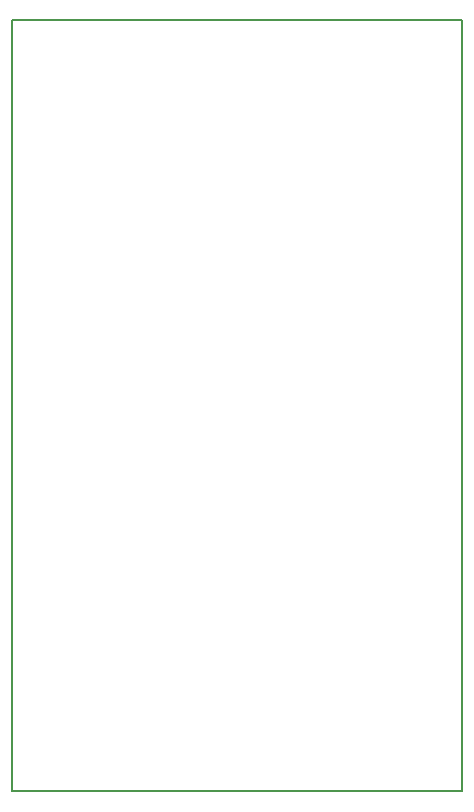
<source format=gm1>
G04 #@! TF.FileFunction,Profile,NP*
%FSLAX46Y46*%
G04 Gerber Fmt 4.6, Leading zero omitted, Abs format (unit mm)*
G04 Created by KiCad (PCBNEW 4.0.4+dfsg1-stable) date Sun Aug 27 23:53:47 2017*
%MOMM*%
%LPD*%
G01*
G04 APERTURE LIST*
%ADD10C,0.100000*%
%ADD11C,0.200000*%
G04 APERTURE END LIST*
D10*
D11*
X129540000Y-141732000D02*
X129540000Y-76454000D01*
X91520000Y-76454000D02*
X91520000Y-141732000D01*
X91520000Y-141732000D02*
X129540000Y-141732000D01*
X91520000Y-76454000D02*
X129540000Y-76454000D01*
M02*

</source>
